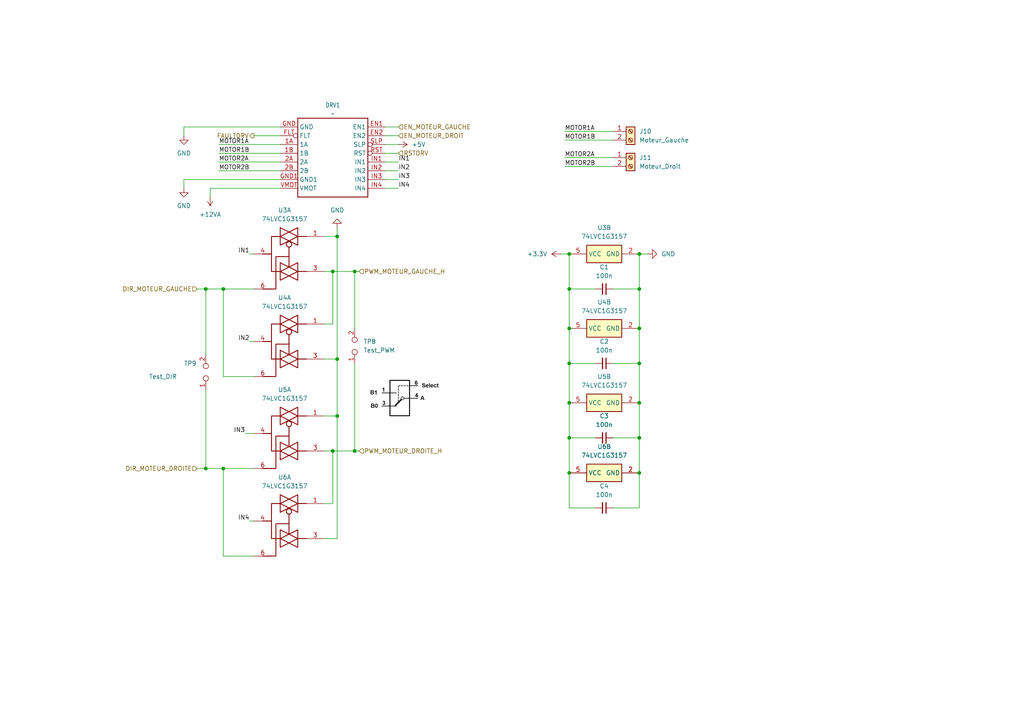
<source format=kicad_sch>
(kicad_sch (version 20231120) (generator "eeschema") (generator_version "8.0")
  (paper "A4")
  (title_block (title "Carte Principale") (date "2024-08-12") (company "CRINSA") (comment 1 "Carte de contrôle pour le robot"))
  (lib_symbols
    (symbol "74xGxx:74LVC1G3157"
      (property "Reference" "U" (at 5.08 7.62 0))
      (property "Value" "74LVC1G3157" (at 10.16 -7.62 0))
      (symbol "74LVC1G3157_1_1"
        (polyline (pts (xy -7.62 -10.16) (xy -5.08 -10.16)) (stroke (width 0.254)) (fill (type background)))
        (polyline (pts (xy -7.62 0) (xy -5.08 0)) (stroke (width 0.254)) (fill (type background)))
        (polyline (pts (xy 0 -3.81) (xy 0 2.032)) (stroke (width 0.254)))
        (polyline (pts (xy 5.08 -5.08) (xy 2.54 -5.08)) (stroke (width 0.254)) (fill (type background)))
        (polyline (pts (xy 5.08 5.08) (xy 2.54 5.08)) (stroke (width 0.254)) (fill (type background)))
        (polyline (pts (xy -2.54 -5.08) (xy 0 -6.35) (xy -2.54 -7.62) (xy -2.54 -5.08)) (stroke (width 0.254)))
        (polyline (pts (xy -2.54 -2.54) (xy -2.54 -5.08) (xy 0 -3.81) (xy -2.54 -2.54)) (stroke (width 0.254)))
        (polyline (pts (xy -2.54 5.08) (xy 0 3.81) (xy -2.54 2.54) (xy -2.54 5.08)) (stroke (width 0.254)))
        (polyline (pts (xy -2.54 7.62) (xy 0 6.35) (xy -2.54 5.08) (xy -2.54 7.62)) (stroke (width 0.254)))
        (polyline (pts (xy 0 -0.762) (xy -3.81 -0.762) (xy -3.81 -10.16) (xy -5.08 -10.16)) (stroke (width 0.254)))
        (polyline (pts (xy 2.54 -5.08) (xy 0 -6.35) (xy 2.54 -7.62) (xy 2.54 -5.08)) (stroke (width 0.254)))
        (polyline (pts (xy 2.54 -2.54) (xy 2.54 -5.08) (xy 0 -3.81) (xy 2.54 -2.54)) (stroke (width 0.254)))
        (polyline (pts (xy 2.54 5.08) (xy 2.54 2.54) (xy 0 3.81) (xy 2.54 5.08)) (stroke (width 0.254)))
        (polyline (pts (xy 2.54 5.08) (xy 2.54 7.62) (xy 0 6.35) (xy 2.54 5.08)) (stroke (width 0.254)))
        (polyline (pts (xy -2.54 5.08) (xy -5.08 5.08) (xy -5.08 0) (xy -5.08 -5.08) (xy -2.54 -5.08)) (stroke (width 0.254)))
        (circle (center 0 2.794) (radius 0.762) (stroke (width 0.254)))
        (pin bidirectional line (at 10.16 5.08 180) (length 5.08) (name "~") (number "1"))
        (pin bidirectional line (at 10.16 -5.08 180) (length 5.08) (name "~") (number "3"))
        (pin bidirectional line (at -10.16 0 0) (length 5.08) (name "~") (number "4"))
        (pin input line (at -10.16 -10.16 0) (length 5.08) (name "~") (number "6"))
      )
      (symbol "74LVC1G3157_2_1"
        (rectangle (start -2.54 5.08) (end 2.54 -5.08) (stroke (width 0.254)) (fill (type background)))
        (pin power_in line (at 0 -10.16 90) (length 5.08) (name "GND") (number "2"))
        (pin power_in line (at 0 10.16 270) (length 5.08) (name "VCC") (number "5"))
      )
    )
    (symbol "Connector:Screw_Terminal_01x02" (pin_names (offset 1.016) hide)
      (property "Reference" "J" (at 0 2.54 0))
      (property "Value" "Screw_Terminal_01x02" (at 0 -5.08 0))
      (symbol "Screw_Terminal_01x02_1_1"
        (rectangle (start -1.27 1.27) (end 1.27 -3.81) (stroke (width 0.254)) (fill (type background)))
        (circle (center 0 -2.54) (radius 0.635) (stroke (width 0.1524)))
        (polyline (pts (xy -0.5334 -2.2098) (xy 0.3302 -3.048)) (stroke (width 0.1524)))
        (polyline (pts (xy -0.5334 0.3302) (xy 0.3302 -0.508)) (stroke (width 0.1524)))
        (polyline (pts (xy -0.3556 -2.032) (xy 0.508 -2.8702)) (stroke (width 0.1524)))
        (polyline (pts (xy -0.3556 0.508) (xy 0.508 -0.3302)) (stroke (width 0.1524)))
        (circle (center 0 0) (radius 0.635) (stroke (width 0.1524)))
        (pin passive line (at -5.08 0 0) (length 3.81) (name "Pin_1") (number "1"))
        (pin passive line (at -5.08 -2.54 0) (length 3.81) (name "Pin_2") (number "2"))
      )
    )
    (symbol "Connector:TestPoint_2Pole" (pin_names (offset 0.762) hide)
      (property "Reference" "TP" (at 0 1.524 0))
      (property "Value" "TestPoint_2Pole" (at 0 -1.778 0))
      (symbol "TestPoint_2Pole_0_1"
        (circle (center -1.778 0) (radius 0.762))
        (circle (center 1.778 0) (radius 0.762))
        (pin passive line (at -5.08 0 0) (length 2.54) (name "1") (number "1"))
        (pin passive line (at 5.08 0 180) (length 2.54) (name "2") (number "2"))
      )
    )
    (symbol "Device:C_Small" (pin_numbers hide) (pin_names (offset 0.254) hide)
      (property "Reference" "C" (at 0.254 1.778 0))
      (property "Value" "C_Small" (at 0.254 -2.032 0))
      (symbol "C_Small_0_1"
        (polyline (pts (xy -1.524 -0.508) (xy 1.524 -0.508)) (stroke (width 0.3302)))
        (polyline (pts (xy -1.524 0.508) (xy 1.524 0.508)) (stroke (width 0.3048)))
      )
      (symbol "C_Small_1_1"
        (pin passive line (at 0 2.54 270) (length 2.032) (name "~") (number "1"))
        (pin passive line (at 0 -2.54 90) (length 2.032) (name "~") (number "2"))
      )
    )
    (symbol "drv8844_breackout_board_dip:DRV8844_BREACKOUT_BOARD_DIP"
      (property "Reference" "DRV" (at -3.556 10.922 0))
      (symbol "DRV8844_BREACKOUT_BOARD_DIP_1_0"
        (polyline (pts (xy -10.16 -12.7) (xy -10.16 10.16)) (stroke (width 0.254)))
        (polyline (pts (xy -10.16 10.16) (xy 10.16 10.16)) (stroke (width 0.254)))
        (polyline (pts (xy 10.16 -12.7) (xy -10.16 -12.7)) (stroke (width 0.254)))
        (polyline (pts (xy 10.16 10.16) (xy 10.16 -12.7)) (stroke (width 0.254)))
        (pin output line (at -15.24 2.54 0) (length 5.08) (name "1A") (number "1A"))
        (pin output line (at -15.24 0 0) (length 5.08) (name "1B") (number "1B"))
        (pin output line (at -15.24 -2.54 0) (length 5.08) (name "2A") (number "2A"))
        (pin output line (at -15.24 -5.08 0) (length 5.08) (name "2B") (number "2B"))
        (pin input line (at 15.24 7.62 180) (length 5.08) (name "EN1") (number "EN1"))
        (pin input line (at 15.24 5.08 180) (length 5.08) (name "EN2") (number "EN2"))
        (pin output inverted (at -15.24 5.08 0) (length 5.08) (name "FLT") (number "FLT"))
        (pin power_in line (at -15.24 7.62 0) (length 5.08) (name "GND") (number "GND"))
        (pin power_in line (at -15.24 -7.62 0) (length 5.08) (name "GND1") (number "GND1"))
        (pin input line (at 15.24 -2.54 180) (length 5.08) (name "IN1") (number "IN1"))
        (pin input line (at 15.24 -5.08 180) (length 5.08) (name "IN2") (number "IN2"))
        (pin input line (at 15.24 -7.62 180) (length 5.08) (name "IN3") (number "IN3"))
        (pin input line (at 15.24 -10.16 180) (length 5.08) (name "IN4") (number "IN4"))
        (pin input inverted (at 15.24 0 180) (length 5.08) (name "RST") (number "RST"))
        (pin input inverted (at 15.24 2.54 180) (length 5.08) (name "SLP") (number "SLP"))
        (pin power_in line (at -15.24 -10.16 0) (length 5.08) (name "VMOT") (number "VMOT"))
      )
    )
    (symbol "power:+12VA" (power) (pin_numbers hide) (pin_names (offset 0) hide)
      (property "Value" "+12VA" (at 0 3.556 0))
      (symbol "+12VA_0_1"
        (polyline (pts (xy -0.762 1.27) (xy 0 2.54)))
        (polyline (pts (xy 0 0) (xy 0 2.54)))
        (polyline (pts (xy 0 2.54) (xy 0.762 1.27)))
      )
      (symbol "+12VA_1_1"
        (pin power_in line (at 0 0 90) (length 0) (name "~") (number "1"))
      )
    )
    (symbol "power:+3.3V" (power) (pin_numbers hide) (pin_names (offset 0) hide)
      (property "Value" "+3.3V" (at 0 3.556 0))
      (symbol "+3.3V_0_1"
        (polyline (pts (xy -0.762 1.27) (xy 0 2.54)))
        (polyline (pts (xy 0 0) (xy 0 2.54)))
        (polyline (pts (xy 0 2.54) (xy 0.762 1.27)))
      )
      (symbol "+3.3V_1_1"
        (pin power_in line (at 0 0 90) (length 0) (name "~") (number "1"))
      )
    )
    (symbol "power:+5V" (power) (pin_numbers hide) (pin_names (offset 0) hide)
      (property "Value" "+5V" (at 0 3.556 0))
      (symbol "+5V_0_1"
        (polyline (pts (xy -0.762 1.27) (xy 0 2.54)))
        (polyline (pts (xy 0 0) (xy 0 2.54)))
        (polyline (pts (xy 0 2.54) (xy 0.762 1.27)))
      )
      (symbol "+5V_1_1"
        (pin power_in line (at 0 0 90) (length 0) (name "~") (number "1"))
      )
    )
    (symbol "power:GND" (power) (pin_numbers hide) (pin_names (offset 0) hide)
      (property "Value" "GND" (at 0 -3.81 0))
      (symbol "GND_0_1"
        (polyline (pts (xy 0 0) (xy 0 -1.27) (xy 1.27 -1.27) (xy 0 -2.54) (xy -1.27 -1.27) (xy 0 -1.27)))
      )
      (symbol "GND_1_1"
        (pin power_in line (at 0 0 270) (length 0) (name "~") (number "1"))
      )
    )
  )
  (junction (at 185.42 73.66))
  (junction (at 165.1 95.25))
  (junction (at 59.69 135.89))
  (junction (at 96.52 78.74))
  (junction (at 102.87 130.81))
  (junction (at 97.79 104.14))
  (junction (at 165.1 137.16))
  (junction (at 185.42 137.16))
  (junction (at 165.1 127))
  (junction (at 165.1 105.41))
  (junction (at 59.69 83.82))
  (junction (at 64.77 83.82))
  (junction (at 165.1 116.84))
  (junction (at 64.77 135.89))
  (junction (at 165.1 83.82))
  (junction (at 185.42 105.41))
  (junction (at 185.42 127))
  (junction (at 185.42 95.25))
  (junction (at 185.42 116.84))
  (junction (at 97.79 120.65))
  (junction (at 97.79 68.58))
  (junction (at 102.87 78.74))
  (junction (at 165.1 73.66))
  (junction (at 185.42 83.82))
  (junction (at 96.52 130.81))
  (wire (pts (xy 81.28 54.61) (xy 60.96 54.61)) (stroke (width 0.1524)))
  (wire (pts (xy 60.96 54.61) (xy 60.96 57.15)) (stroke (width 0.1524)))
  (wire (pts (xy 111.76 54.61) (xy 115.57 54.61)) (stroke (width 0.1524)))
  (wire (pts (xy 97.79 104.14) (xy 97.79 120.65)))
  (wire (pts (xy 96.52 130.81) (xy 102.87 130.81)))
  (wire (pts (xy 53.34 39.37) (xy 53.34 36.83)) (stroke (width 0.1524)))
  (wire (pts (xy 165.1 83.82) (xy 172.72 83.82)))
  (wire (pts (xy 185.42 73.66) (xy 185.42 83.82)))
  (wire (pts (xy 81.28 49.53) (xy 63.5 49.53)) (stroke (width 0.1524)))
  (wire (pts (xy 165.1 127) (xy 172.72 127)))
  (wire (pts (xy 59.69 83.82) (xy 64.77 83.82)))
  (wire (pts (xy 185.42 147.32) (xy 177.8 147.32)))
  (wire (pts (xy 81.28 39.37) (xy 73.66 39.37)) (stroke (width 0.1524)))
  (wire (pts (xy 72.39 99.06) (xy 73.66 99.06)))
  (wire (pts (xy 102.87 78.74) (xy 104.14 78.74)))
  (wire (pts (xy 73.66 109.22) (xy 64.77 109.22)))
  (wire (pts (xy 93.98 130.81) (xy 96.52 130.81)))
  (wire (pts (xy 102.87 78.74) (xy 102.87 95.25)))
  (wire (pts (xy 96.52 78.74) (xy 102.87 78.74)))
  (wire (pts (xy 57.15 135.89) (xy 59.69 135.89)))
  (wire (pts (xy 53.34 54.61) (xy 53.34 52.07)) (stroke (width 0.1524)))
  (wire (pts (xy 102.87 130.81) (xy 104.14 130.81)))
  (wire (pts (xy 165.1 127) (xy 165.1 137.16)))
  (wire (pts (xy 72.39 73.66) (xy 73.66 73.66)))
  (wire (pts (xy 93.98 104.14) (xy 97.79 104.14)))
  (wire (pts (xy 165.1 147.32) (xy 172.72 147.32)))
  (wire (pts (xy 185.42 116.84) (xy 185.42 127)))
  (wire (pts (xy 64.77 135.89) (xy 73.66 135.89)))
  (wire (pts (xy 93.98 68.58) (xy 97.79 68.58)))
  (wire (pts (xy 73.66 161.29) (xy 64.77 161.29)))
  (wire (pts (xy 93.98 146.05) (xy 96.52 146.05)))
  (wire (pts (xy 111.76 46.99) (xy 115.57 46.99)) (stroke (width 0.1524)))
  (wire (pts (xy 81.28 46.99) (xy 63.5 46.99)) (stroke (width 0.1524)))
  (wire (pts (xy 97.79 156.21) (xy 93.98 156.21)))
  (wire (pts (xy 93.98 93.98) (xy 96.52 93.98)))
  (wire (pts (xy 64.77 83.82) (xy 73.66 83.82)))
  (wire (pts (xy 64.77 109.22) (xy 64.77 83.82)))
  (wire (pts (xy 185.42 83.82) (xy 185.42 95.25)))
  (wire (pts (xy 163.83 48.26) (xy 177.8 48.26)) (stroke (width 0.1524)))
  (wire (pts (xy 96.52 130.81) (xy 96.52 146.05)))
  (wire (pts (xy 93.98 78.74) (xy 96.52 78.74)))
  (wire (pts (xy 177.8 38.1) (xy 163.83 38.1)) (stroke (width 0.1524)))
  (wire (pts (xy 185.42 105.41) (xy 185.42 116.84)))
  (wire (pts (xy 81.28 44.45) (xy 63.5 44.45)) (stroke (width 0.1524)))
  (wire (pts (xy 59.69 113.03) (xy 59.69 135.89)))
  (wire (pts (xy 165.1 95.25) (xy 165.1 105.41)))
  (wire (pts (xy 53.34 36.83) (xy 81.28 36.83)) (stroke (width 0.1524)))
  (wire (pts (xy 165.1 105.41) (xy 165.1 116.84)))
  (wire (pts (xy 162.56 73.66) (xy 165.1 73.66)))
  (wire (pts (xy 96.52 78.74) (xy 96.52 93.98)))
  (wire (pts (xy 111.76 44.45) (xy 115.57 44.45)) (stroke (width 0.1524)))
  (wire (pts (xy 111.76 41.91) (xy 115.57 41.91)))
  (wire (pts (xy 165.1 116.84) (xy 165.1 127)))
  (wire (pts (xy 185.42 73.66) (xy 187.96 73.66)))
  (wire (pts (xy 177.8 40.64) (xy 163.83 40.64)) (stroke (width 0.1524)))
  (wire (pts (xy 177.8 105.41) (xy 185.42 105.41)))
  (wire (pts (xy 185.42 137.16) (xy 185.42 147.32)))
  (wire (pts (xy 111.76 39.37) (xy 115.57 39.37)) (stroke (width 0.1524)))
  (wire (pts (xy 185.42 127) (xy 185.42 137.16)))
  (wire (pts (xy 97.79 68.58) (xy 97.79 104.14)))
  (wire (pts (xy 165.1 83.82) (xy 165.1 95.25)))
  (wire (pts (xy 165.1 73.66) (xy 165.1 83.82)))
  (wire (pts (xy 165.1 137.16) (xy 165.1 147.32)))
  (wire (pts (xy 165.1 105.41) (xy 172.72 105.41)))
  (wire (pts (xy 97.79 68.58) (xy 97.79 66.04)))
  (wire (pts (xy 59.69 135.89) (xy 64.77 135.89)))
  (wire (pts (xy 163.83 45.72) (xy 177.8 45.72)) (stroke (width 0.1524)))
  (wire (pts (xy 64.77 161.29) (xy 64.77 135.89)))
  (wire (pts (xy 185.42 95.25) (xy 185.42 105.41)))
  (wire (pts (xy 72.39 151.13) (xy 73.66 151.13)))
  (wire (pts (xy 81.28 41.91) (xy 63.5 41.91)) (stroke (width 0.1524)))
  (wire (pts (xy 97.79 120.65) (xy 97.79 156.21)))
  (wire (pts (xy 177.8 127) (xy 185.42 127)))
  (wire (pts (xy 111.76 36.83) (xy 115.57 36.83)) (stroke (width 0.1524)))
  (wire (pts (xy 102.87 105.41) (xy 102.87 130.81)))
  (wire (pts (xy 57.15 83.82) (xy 59.69 83.82)))
  (wire (pts (xy 111.76 49.53) (xy 115.57 49.53)) (stroke (width 0.1524)))
  (wire (pts (xy 177.8 83.82) (xy 185.42 83.82)))
  (wire (pts (xy 71.12 125.73) (xy 73.66 125.73)))
  (wire (pts (xy 59.69 83.82) (xy 59.69 102.87)))
  (wire (pts (xy 111.76 52.07) (xy 115.57 52.07)) (stroke (width 0.1524)))
  (wire (pts (xy 97.79 120.65) (xy 93.98 120.65)))
  (wire (pts (xy 81.28 52.07) (xy 53.34 52.07)) (stroke (width 0.1524)))
  (image (at 118.11 115.57) (scale 0.16988))
  (label "IN4" (at 72.39 151.13 180))
  (label "MOTOR2B" (at 63.5 49.53 0) (effects (font (size 1.2446 1.2446))))
  (label "IN2" (at 72.39 99.06 180))
  (label "MOTOR1B" (at 163.83 40.64 0) (effects (font (size 1.2446 1.2446))))
  (label "MOTOR1B" (at 63.5 44.45 0) (effects (font (size 1.2446 1.2446))))
  (label "MOTOR1A" (at 163.83 38.1 0) (effects (font (size 1.2446 1.2446))))
  (label "IN2" (at 115.57 49.53 0))
  (label "MOTOR2A" (at 163.83 45.72 0) (effects (font (size 1.2446 1.2446))))
  (label "IN3" (at 115.57 52.07 0))
  (label "MOTOR2A" (at 63.5 46.99 0) (effects (font (size 1.2446 1.2446))))
  (label "MOTOR1A" (at 63.5 41.91 0) (effects (font (size 1.2446 1.2446))))
  (label "IN3" (at 71.12 125.73 180))
  (label "MOTOR2B" (at 163.83 48.26 0) (effects (font (size 1.2446 1.2446))))
  (label "IN1" (at 72.39 73.66 180))
  (label "IN1" (at 115.57 46.99 0))
  (label "IN4" (at 115.57 54.61 0))
  (hierarchical_label "RSTDRV" (shape input) (at 115.57 44.45 0))
  (hierarchical_label "DIR_MOTEUR_DROITE" (shape input) (at 57.15 135.89 180))
  (hierarchical_label "PWM_MOTEUR_GAUCHE_H" (shape input) (at 104.14 78.74 0))
  (hierarchical_label "PWM_MOTEUR_DROITE_H" (shape input) (at 104.14 130.81 0))
  (hierarchical_label "EN_MOTEUR_GAUCHE" (shape input) (at 115.57 36.83 0))
  (hierarchical_label "EN_MOTEUR_DROIT" (shape input) (at 115.57 39.37 0))
  (hierarchical_label "DIR_MOTEUR_GAUCHE" (shape input) (at 57.15 83.82 180))
  (hierarchical_label "FAULTDRV" (shape output) (at 73.66 39.37 180))
  (symbol (lib_id "74xGxx:74LVC1G3157") (at 83.82 125.73 0) (unit 1)
    (property "Reference" "U5" (at 82.55 113.03 0))
    (property "Value" "74LVC1G3157" (at 82.55 115.57 0))
    (property "Footprint" "Package_TO_SOT_SMD:SOT-363_SC-70-6_Handsoldering" (effects (hide yes)))
    (property "Datasheet" "http://www.ti.com/lit/sg/scyt129e/scyt129e.pdf" (effects (hide yes)))
    (property "Description" "SPDT Analog Switch, Low-Voltage CMOS" (effects (hide yes)))
  )
  (symbol (lib_id "power:+12VA") (at 60.96 57.15 180) (unit 1)
    (property "Reference" "#PWR038" (effects (hide yes)))
    (property "Value" "+12VA" (at 60.96 62.23 0))
    (property "Description" "Power symbol creates a global label with name \"+12VA\"" (effects (hide yes)))
  )
  (symbol (lib_id "power:GND") (at 187.96 73.66 90) (unit 1)
    (property "Reference" "#PWR041" (effects (hide yes)))
    (property "Value" "GND" (at 191.77 73.6599 90) (effects (justify right)))
    (property "Description" "Power symbol creates a global label with name \"GND\" , ground" (effects (hide yes)))
  )
  (symbol (lib_id "74xGxx:74LVC1G3157") (at 83.82 73.66 0) (unit 1)
    (property "Reference" "U3" (at 82.55 60.96 0))
    (property "Value" "74LVC1G3157" (at 82.55 63.5 0))
    (property "Footprint" "Package_TO_SOT_SMD:SOT-363_SC-70-6_Handsoldering" (effects (hide yes)))
    (property "Datasheet" "http://www.ti.com/lit/sg/scyt129e/scyt129e.pdf" (effects (hide yes)))
    (property "Description" "SPDT Analog Switch, Low-Voltage CMOS" (effects (hide yes)))
  )
  (symbol (lib_id "power:+3.3V") (at 162.56 73.66 90) (unit 1)
    (property "Reference" "#PWR040" (effects (hide yes)))
    (property "Value" "+3.3V" (at 158.75 73.6599 90) (effects (justify left)))
    (property "Description" "Power symbol creates a global label with name \"+3.3V\"" (effects (hide yes)))
  )
  (symbol (lib_id "74xGxx:74LVC1G3157") (at 175.26 116.84 90) (unit 2)
    (property "Reference" "U5" (at 175.26 109.22 90))
    (property "Value" "74LVC1G3157" (at 175.26 111.76 90))
    (property "Footprint" "Package_TO_SOT_SMD:SOT-363_SC-70-6_Handsoldering" (effects (hide yes)))
    (property "Datasheet" "http://www.ti.com/lit/sg/scyt129e/scyt129e.pdf" (effects (hide yes)))
    (property "Description" "SPDT Analog Switch, Low-Voltage CMOS" (effects (hide yes)))
  )
  (symbol (lib_id "power:+5V") (at 115.57 41.91 270) (unit 1)
    (property "Reference" "#PWR036" (effects (hide yes)))
    (property "Value" "+5V" (at 119.38 41.9099 90) (effects (justify left)))
    (property "Description" "Power symbol creates a global label with name \"+5V\"" (effects (hide yes)))
  )
  (symbol (lib_id "Device:C_Small") (at 175.26 147.32 270) (unit 1)
    (property "Reference" "C4" (at 175.2536 140.97 90))
    (property "Value" "100n" (at 175.2536 143.51 90))
    (property "Footprint" "Capacitor_SMD:C_1210_3225Metric_Pad1.33x2.70mm_HandSolder" (effects (hide yes)))
    (property "Description" "Unpolarized capacitor, small symbol" (effects (hide yes)))
  )
  (symbol (lib_id "drv8844_breackout_board_dip:DRV8844_BREACKOUT_BOARD_DIP") (at 96.52 44.45 0) (unit 1)
    (property "Reference" "DRV1" (at 96.52 30.48 0) (effects (font (size 1.27 1.0795))))
    (property "Value" "~" (at 96.52 33.02 0) (effects (font (size 1.27 1.0795))))
    (property "Footprint" "DRV8844:DRV8844_BREAKOUT_BOARD" (effects (hide yes)))
    (property "Description" "Breakout board for DRV8844 motor driver. (Dual brushless DC motor driver)" (effects (hide yes)))
  )
  (symbol (lib_id "74xGxx:74LVC1G3157") (at 175.26 95.25 90) (unit 2)
    (property "Reference" "U4" (at 175.26 87.63 90))
    (property "Value" "74LVC1G3157" (at 175.26 90.17 90))
    (property "Footprint" "Package_TO_SOT_SMD:SOT-363_SC-70-6_Handsoldering" (effects (hide yes)))
    (property "Datasheet" "http://www.ti.com/lit/sg/scyt129e/scyt129e.pdf" (effects (hide yes)))
    (property "Description" "SPDT Analog Switch, Low-Voltage CMOS" (effects (hide yes)))
  )
  (symbol (lib_id "power:GND") (at 53.34 54.61 0) (unit 1)
    (property "Reference" "#PWR037" (effects (hide yes)))
    (property "Value" "GND" (at 53.34 59.69 0))
    (property "Description" "Power symbol creates a global label with name \"GND\" , ground" (effects (hide yes)))
  )
  (symbol (lib_id "Device:C_Small") (at 175.26 105.41 270) (unit 1)
    (property "Reference" "C2" (at 175.2536 99.06 90))
    (property "Value" "100n" (at 175.2536 101.6 90))
    (property "Footprint" "Capacitor_SMD:C_1210_3225Metric_Pad1.33x2.70mm_HandSolder" (effects (hide yes)))
    (property "Description" "Unpolarized capacitor, small symbol" (effects (hide yes)))
  )
  (symbol (lib_id "Connector:Screw_Terminal_01x02") (at 182.88 45.72 0) (unit 1)
    (property "Reference" "J11" (at 185.42 45.7199 0) (effects (justify left)))
    (property "Value" "Moteur_Droit" (at 185.42 48.2599 0) (effects (justify left)))
    (property "Footprint" "TerminalBlock:TerminalBlock_bornier-2_P5.08mm" (effects (hide yes)))
    (property "Description" "Generic screw terminal, single row, 01x02, script generated (kicad-library-utils/schlib/autogen/connector/)" (effects (hide yes)))
  )
  (symbol (lib_id "power:GND") (at 53.34 39.37 0) (unit 1)
    (property "Reference" "#PWR035" (effects (hide yes)))
    (property "Value" "GND" (at 53.34 44.45 0))
    (property "Description" "Power symbol creates a global label with name \"GND\" , ground" (effects (hide yes)))
  )
  (symbol (lib_id "power:GND") (at 97.79 66.04 180) (unit 1)
    (property "Reference" "#PWR039" (effects (hide yes)))
    (property "Value" "GND" (at 97.79 60.96 0))
    (property "Description" "Power symbol creates a global label with name \"GND\" , ground" (effects (hide yes)))
  )
  (symbol (lib_id "Device:C_Small") (at 175.26 127 270) (unit 1)
    (property "Reference" "C3" (at 175.2536 120.65 90))
    (property "Value" "100n" (at 175.2536 123.19 90))
    (property "Footprint" "Capacitor_SMD:C_1210_3225Metric_Pad1.33x2.70mm_HandSolder" (effects (hide yes)))
    (property "Description" "Unpolarized capacitor, small symbol" (effects (hide yes)))
  )
  (symbol (lib_id "Connector:Screw_Terminal_01x02") (at 182.88 38.1 0) (unit 1)
    (property "Reference" "J10" (at 185.42 38.0999 0) (effects (justify left)))
    (property "Value" "Moteur_Gauche" (at 185.42 40.6399 0) (effects (justify left)))
    (property "Footprint" "TerminalBlock:TerminalBlock_bornier-2_P5.08mm" (effects (hide yes)))
    (property "Description" "Generic screw terminal, single row, 01x02, script generated (kicad-library-utils/schlib/autogen/connector/)" (effects (hide yes)))
  )
  (symbol (lib_id "74xGxx:74LVC1G3157") (at 83.82 151.13 0) (unit 1)
    (property "Reference" "U6" (at 82.55 138.43 0))
    (property "Value" "74LVC1G3157" (at 82.55 140.97 0))
    (property "Footprint" "Package_TO_SOT_SMD:SOT-363_SC-70-6_Handsoldering" (effects (hide yes)))
    (property "Datasheet" "http://www.ti.com/lit/sg/scyt129e/scyt129e.pdf" (effects (hide yes)))
    (property "Description" "SPDT Analog Switch, Low-Voltage CMOS" (effects (hide yes)))
  )
  (symbol (lib_id "74xGxx:74LVC1G3157") (at 175.26 73.66 90) (unit 2)
    (property "Reference" "U3" (at 175.26 66.04 90))
    (property "Value" "74LVC1G3157" (at 175.26 68.58 90))
    (property "Footprint" "Package_TO_SOT_SMD:SOT-363_SC-70-6_Handsoldering" (effects (hide yes)))
    (property "Datasheet" "http://www.ti.com/lit/sg/scyt129e/scyt129e.pdf" (effects (hide yes)))
    (property "Description" "SPDT Analog Switch, Low-Voltage CMOS" (effects (hide yes)))
  )
  (symbol (lib_id "74xGxx:74LVC1G3157") (at 83.82 99.06 0) (unit 1)
    (property "Reference" "U4" (at 82.55 86.36 0))
    (property "Value" "74LVC1G3157" (at 82.55 88.9 0))
    (property "Footprint" "Package_TO_SOT_SMD:SOT-363_SC-70-6_Handsoldering" (effects (hide yes)))
    (property "Datasheet" "http://www.ti.com/lit/sg/scyt129e/scyt129e.pdf" (effects (hide yes)))
    (property "Description" "SPDT Analog Switch, Low-Voltage CMOS" (effects (hide yes)))
  )
  (symbol (lib_id "Device:C_Small") (at 175.26 83.82 270) (unit 1)
    (property "Reference" "C1" (at 175.2536 77.47 90))
    (property "Value" "100n" (at 175.2536 80.01 90))
    (property "Footprint" "Capacitor_SMD:C_1210_3225Metric_Pad1.33x2.70mm_HandSolder" (effects (hide yes)))
    (property "Description" "Unpolarized capacitor, small symbol" (effects (hide yes)))
  )
  (symbol (lib_id "Connector:TestPoint_2Pole") (at 102.87 100.33 90) (unit 1)
    (property "Reference" "TP8" (at 105.41 99.0599 90) (effects (justify right)))
    (property "Value" "Test_PWM" (at 105.41 101.5999 90) (effects (justify right)))
    (property "Footprint" "TestPoint:TestPoint_2Pads_Pitch2.54mm_Drill0.8mm" (effects (hide yes)))
    (property "Description" "2-polar test point" (effects (hide yes)))
  )
  (symbol (lib_id "74xGxx:74LVC1G3157") (at 175.26 137.16 90) (unit 2)
    (property "Reference" "U6" (at 175.26 129.54 90))
    (property "Value" "74LVC1G3157" (at 175.26 132.08 90))
    (property "Footprint" "Package_TO_SOT_SMD:SOT-363_SC-70-6_Handsoldering" (effects (hide yes)))
    (property "Datasheet" "http://www.ti.com/lit/sg/scyt129e/scyt129e.pdf" (effects (hide yes)))
    (property "Description" "SPDT Analog Switch, Low-Voltage CMOS" (effects (hide yes)))
  )
  (symbol (lib_id "Connector:TestPoint_2Pole") (at 59.69 107.95 90) (unit 1)
    (property "Reference" "TP9" (at 53.34 105.41 90) (effects (justify right)))
    (property "Value" "Test_DIR" (at 43.18 109.22 90) (effects (justify right)))
    (property "Footprint" "TestPoint:TestPoint_2Pads_Pitch2.54mm_Drill0.8mm" (effects (hide yes)))
    (property "Description" "2-polar test point" (effects (hide yes)))
  )
)
</source>
